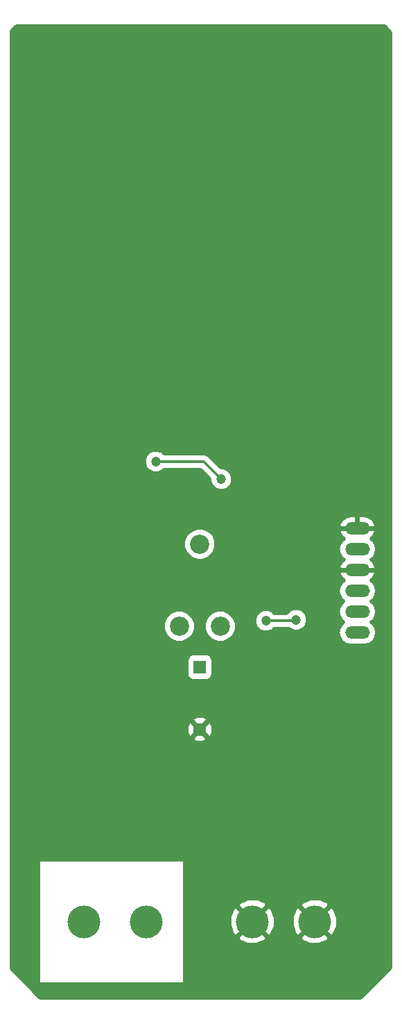
<source format=gbr>
G04 #@! TF.FileFunction,Copper,L2,Bot,Signal*
%FSLAX46Y46*%
G04 Gerber Fmt 4.6, Leading zero omitted, Abs format (unit mm)*
G04 Created by KiCad (PCBNEW 4.0.6-e0-6349~52~ubuntu16.10.1) date Tue Oct 17 03:14:20 2017*
%MOMM*%
%LPD*%
G01*
G04 APERTURE LIST*
%ADD10C,0.100000*%
%ADD11C,4.000000*%
%ADD12C,2.340000*%
%ADD13R,1.600000X1.600000*%
%ADD14C,1.600000*%
%ADD15O,3.010000X1.510000*%
%ADD16C,1.200000*%
%ADD17C,0.300000*%
%ADD18C,0.500000*%
G04 APERTURE END LIST*
D10*
D11*
X106426000Y-186029000D03*
X114046000Y-186029000D03*
X93426000Y-186029000D03*
X85806000Y-186029000D03*
D12*
X97489000Y-150000000D03*
X99989000Y-140000000D03*
X102489000Y-150000000D03*
D13*
X100000000Y-155000000D03*
D14*
X100000000Y-162600000D03*
D15*
X119253000Y-150777000D03*
X119253000Y-148237000D03*
X119253000Y-145697000D03*
X119253000Y-143157000D03*
X119253000Y-140617000D03*
X119253000Y-138077000D03*
D16*
X102997000Y-120015000D03*
X108966000Y-79883000D03*
X91059000Y-79883000D03*
X120015000Y-108839000D03*
X120142000Y-91059000D03*
X80010000Y-108966000D03*
X80010000Y-91059000D03*
X97028000Y-120142000D03*
X116205000Y-138049000D03*
X105283000Y-172720000D03*
X97663000Y-175641000D03*
X97282000Y-132334000D03*
X105283000Y-124587000D03*
X120015000Y-120015000D03*
X120142000Y-79883000D03*
X79756000Y-120142000D03*
X79883000Y-80010000D03*
X102616000Y-132080000D03*
X94615000Y-129921000D03*
X111760000Y-149225000D03*
X108077000Y-149352000D03*
D17*
X94615000Y-129921000D02*
X100457000Y-129921000D01*
X100457000Y-129921000D02*
X102616000Y-132080000D01*
X108077000Y-149352000D02*
X111633000Y-149352000D01*
X111633000Y-149352000D02*
X111760000Y-149225000D01*
D18*
G36*
X123281000Y-77599148D02*
X123281000Y-191640852D01*
X119631852Y-195290000D01*
X80520148Y-195290000D01*
X76998000Y-191767852D01*
X76998000Y-178689000D01*
X80268000Y-178689000D01*
X80268000Y-193421000D01*
X80285097Y-193511864D01*
X80338798Y-193595318D01*
X80420736Y-193651304D01*
X80518000Y-193671000D01*
X97917000Y-193671000D01*
X98007864Y-193653903D01*
X98091318Y-193600202D01*
X98147304Y-193518264D01*
X98167000Y-193421000D01*
X98167000Y-187968503D01*
X104557208Y-187968503D01*
X104758697Y-188408911D01*
X105796365Y-188865801D01*
X106929890Y-188890812D01*
X107986701Y-188480140D01*
X108093303Y-188408911D01*
X108294792Y-187968503D01*
X112177208Y-187968503D01*
X112378697Y-188408911D01*
X113416365Y-188865801D01*
X114549890Y-188890812D01*
X115606701Y-188480140D01*
X115713303Y-188408911D01*
X115914792Y-187968503D01*
X114046000Y-186099711D01*
X112177208Y-187968503D01*
X108294792Y-187968503D01*
X106426000Y-186099711D01*
X104557208Y-187968503D01*
X98167000Y-187968503D01*
X98167000Y-186532890D01*
X103564188Y-186532890D01*
X103974860Y-187589701D01*
X104046089Y-187696303D01*
X104486497Y-187897792D01*
X106355289Y-186029000D01*
X106496711Y-186029000D01*
X108365503Y-187897792D01*
X108805911Y-187696303D01*
X109262801Y-186658635D01*
X109265575Y-186532890D01*
X111184188Y-186532890D01*
X111594860Y-187589701D01*
X111666089Y-187696303D01*
X112106497Y-187897792D01*
X113975289Y-186029000D01*
X114116711Y-186029000D01*
X115985503Y-187897792D01*
X116425911Y-187696303D01*
X116882801Y-186658635D01*
X116907812Y-185525110D01*
X116497140Y-184468299D01*
X116425911Y-184361697D01*
X115985503Y-184160208D01*
X114116711Y-186029000D01*
X113975289Y-186029000D01*
X112106497Y-184160208D01*
X111666089Y-184361697D01*
X111209199Y-185399365D01*
X111184188Y-186532890D01*
X109265575Y-186532890D01*
X109287812Y-185525110D01*
X108877140Y-184468299D01*
X108805911Y-184361697D01*
X108365503Y-184160208D01*
X106496711Y-186029000D01*
X106355289Y-186029000D01*
X104486497Y-184160208D01*
X104046089Y-184361697D01*
X103589199Y-185399365D01*
X103564188Y-186532890D01*
X98167000Y-186532890D01*
X98167000Y-184089497D01*
X104557208Y-184089497D01*
X106426000Y-185958289D01*
X108294792Y-184089497D01*
X112177208Y-184089497D01*
X114046000Y-185958289D01*
X115914792Y-184089497D01*
X115713303Y-183649089D01*
X114675635Y-183192199D01*
X113542110Y-183167188D01*
X112485299Y-183577860D01*
X112378697Y-183649089D01*
X112177208Y-184089497D01*
X108294792Y-184089497D01*
X108093303Y-183649089D01*
X107055635Y-183192199D01*
X105922110Y-183167188D01*
X104865299Y-183577860D01*
X104758697Y-183649089D01*
X104557208Y-184089497D01*
X98167000Y-184089497D01*
X98167000Y-178689000D01*
X98149903Y-178598136D01*
X98096202Y-178514682D01*
X98014264Y-178458696D01*
X97917000Y-178439000D01*
X80518000Y-178439000D01*
X80427136Y-178456097D01*
X80343682Y-178509798D01*
X80287696Y-178591736D01*
X80268000Y-178689000D01*
X76998000Y-178689000D01*
X76998000Y-163674077D01*
X98996634Y-163674077D01*
X99052042Y-163989818D01*
X99656061Y-164246792D01*
X100312441Y-164253057D01*
X100921255Y-164007659D01*
X100947958Y-163989818D01*
X101003366Y-163674077D01*
X100000000Y-162670711D01*
X98996634Y-163674077D01*
X76998000Y-163674077D01*
X76998000Y-162912441D01*
X98346943Y-162912441D01*
X98592341Y-163521255D01*
X98610182Y-163547958D01*
X98925923Y-163603366D01*
X99929289Y-162600000D01*
X100070711Y-162600000D01*
X101074077Y-163603366D01*
X101389818Y-163547958D01*
X101646792Y-162943939D01*
X101653057Y-162287559D01*
X101407659Y-161678745D01*
X101389818Y-161652042D01*
X101074077Y-161596634D01*
X100070711Y-162600000D01*
X99929289Y-162600000D01*
X98925923Y-161596634D01*
X98610182Y-161652042D01*
X98353208Y-162256061D01*
X98346943Y-162912441D01*
X76998000Y-162912441D01*
X76998000Y-161525923D01*
X98996634Y-161525923D01*
X100000000Y-162529289D01*
X101003366Y-161525923D01*
X100947958Y-161210182D01*
X100343939Y-160953208D01*
X99687559Y-160946943D01*
X99078745Y-161192341D01*
X99052042Y-161210182D01*
X98996634Y-161525923D01*
X76998000Y-161525923D01*
X76998000Y-154200000D01*
X98333348Y-154200000D01*
X98333348Y-155800000D01*
X98392618Y-156114991D01*
X98578777Y-156404291D01*
X98862824Y-156598372D01*
X99200000Y-156666652D01*
X100800000Y-156666652D01*
X101114991Y-156607382D01*
X101404291Y-156421223D01*
X101598372Y-156137176D01*
X101666652Y-155800000D01*
X101666652Y-154200000D01*
X101607382Y-153885009D01*
X101421223Y-153595709D01*
X101137176Y-153401628D01*
X100800000Y-153333348D01*
X99200000Y-153333348D01*
X98885009Y-153392618D01*
X98595709Y-153578777D01*
X98401628Y-153862824D01*
X98333348Y-154200000D01*
X76998000Y-154200000D01*
X76998000Y-150400040D01*
X95468650Y-150400040D01*
X95775529Y-151142743D01*
X96343268Y-151711474D01*
X97085434Y-152019648D01*
X97889040Y-152020350D01*
X98631743Y-151713471D01*
X99200474Y-151145732D01*
X99508648Y-150403566D01*
X99508651Y-150400040D01*
X100468650Y-150400040D01*
X100775529Y-151142743D01*
X101343268Y-151711474D01*
X102085434Y-152019648D01*
X102889040Y-152020350D01*
X103631743Y-151713471D01*
X104200474Y-151145732D01*
X104508648Y-150403566D01*
X104509315Y-149639157D01*
X106626749Y-149639157D01*
X106847033Y-150172286D01*
X107254569Y-150580533D01*
X107787312Y-150801748D01*
X108364157Y-150802251D01*
X108897286Y-150581967D01*
X109127654Y-150352000D01*
X110836213Y-150352000D01*
X110937569Y-150453533D01*
X111470312Y-150674748D01*
X112047157Y-150675251D01*
X112580286Y-150454967D01*
X112988533Y-150047431D01*
X113209748Y-149514688D01*
X113210251Y-148937843D01*
X112989967Y-148404714D01*
X112582431Y-147996467D01*
X112049688Y-147775252D01*
X111472843Y-147774749D01*
X110939714Y-147995033D01*
X110582124Y-148352000D01*
X109127566Y-148352000D01*
X108899431Y-148123467D01*
X108366688Y-147902252D01*
X107789843Y-147901749D01*
X107256714Y-148122033D01*
X106848467Y-148529569D01*
X106627252Y-149062312D01*
X106626749Y-149639157D01*
X104509315Y-149639157D01*
X104509350Y-149599960D01*
X104202471Y-148857257D01*
X103634732Y-148288526D01*
X102892566Y-147980352D01*
X102088960Y-147979650D01*
X101346257Y-148286529D01*
X100777526Y-148854268D01*
X100469352Y-149596434D01*
X100468650Y-150400040D01*
X99508651Y-150400040D01*
X99509350Y-149599960D01*
X99202471Y-148857257D01*
X98634732Y-148288526D01*
X97892566Y-147980352D01*
X97088960Y-147979650D01*
X96346257Y-148286529D01*
X95777526Y-148854268D01*
X95469352Y-149596434D01*
X95468650Y-150400040D01*
X76998000Y-150400040D01*
X76998000Y-145697000D01*
X116851863Y-145697000D01*
X116974036Y-146311207D01*
X117321957Y-146831906D01*
X117524139Y-146967000D01*
X117321957Y-147102094D01*
X116974036Y-147622793D01*
X116851863Y-148237000D01*
X116974036Y-148851207D01*
X117321957Y-149371906D01*
X117524139Y-149507000D01*
X117321957Y-149642094D01*
X116974036Y-150162793D01*
X116851863Y-150777000D01*
X116974036Y-151391207D01*
X117321957Y-151911906D01*
X117842656Y-152259827D01*
X118456863Y-152382000D01*
X120049137Y-152382000D01*
X120663344Y-152259827D01*
X121184043Y-151911906D01*
X121531964Y-151391207D01*
X121654137Y-150777000D01*
X121531964Y-150162793D01*
X121184043Y-149642094D01*
X120981861Y-149507000D01*
X121184043Y-149371906D01*
X121531964Y-148851207D01*
X121654137Y-148237000D01*
X121531964Y-147622793D01*
X121184043Y-147102094D01*
X120981861Y-146967000D01*
X121184043Y-146831906D01*
X121531964Y-146311207D01*
X121654137Y-145697000D01*
X121531964Y-145082793D01*
X121184043Y-144562094D01*
X120957446Y-144410686D01*
X121173262Y-144256551D01*
X121504961Y-143725013D01*
X121579649Y-143457340D01*
X121394602Y-143207000D01*
X119303000Y-143207000D01*
X119303000Y-143227000D01*
X119203000Y-143227000D01*
X119203000Y-143207000D01*
X117111398Y-143207000D01*
X116926351Y-143457340D01*
X117001039Y-143725013D01*
X117332738Y-144256551D01*
X117548554Y-144410686D01*
X117321957Y-144562094D01*
X116974036Y-145082793D01*
X116851863Y-145697000D01*
X76998000Y-145697000D01*
X76998000Y-140400040D01*
X97968650Y-140400040D01*
X98275529Y-141142743D01*
X98843268Y-141711474D01*
X99585434Y-142019648D01*
X100389040Y-142020350D01*
X101131743Y-141713471D01*
X101700474Y-141145732D01*
X101920022Y-140617000D01*
X116851863Y-140617000D01*
X116974036Y-141231207D01*
X117321957Y-141751906D01*
X117548554Y-141903314D01*
X117332738Y-142057449D01*
X117001039Y-142588987D01*
X116926351Y-142856660D01*
X117111398Y-143107000D01*
X119203000Y-143107000D01*
X119203000Y-143087000D01*
X119303000Y-143087000D01*
X119303000Y-143107000D01*
X121394602Y-143107000D01*
X121579649Y-142856660D01*
X121504961Y-142588987D01*
X121173262Y-142057449D01*
X120957446Y-141903314D01*
X121184043Y-141751906D01*
X121531964Y-141231207D01*
X121654137Y-140617000D01*
X121531964Y-140002793D01*
X121184043Y-139482094D01*
X120957446Y-139330686D01*
X121173262Y-139176551D01*
X121504961Y-138645013D01*
X121579649Y-138377340D01*
X121394602Y-138127000D01*
X119303000Y-138127000D01*
X119303000Y-138147000D01*
X119203000Y-138147000D01*
X119203000Y-138127000D01*
X117111398Y-138127000D01*
X116926351Y-138377340D01*
X117001039Y-138645013D01*
X117332738Y-139176551D01*
X117548554Y-139330686D01*
X117321957Y-139482094D01*
X116974036Y-140002793D01*
X116851863Y-140617000D01*
X101920022Y-140617000D01*
X102008648Y-140403566D01*
X102009350Y-139599960D01*
X101702471Y-138857257D01*
X101134732Y-138288526D01*
X100392566Y-137980352D01*
X99588960Y-137979650D01*
X98846257Y-138286529D01*
X98277526Y-138854268D01*
X97969352Y-139596434D01*
X97968650Y-140400040D01*
X76998000Y-140400040D01*
X76998000Y-137776660D01*
X116926351Y-137776660D01*
X117111398Y-138027000D01*
X119203000Y-138027000D01*
X119203000Y-136472000D01*
X119303000Y-136472000D01*
X119303000Y-138027000D01*
X121394602Y-138027000D01*
X121579649Y-137776660D01*
X121504961Y-137508987D01*
X121173262Y-136977449D01*
X120663401Y-136613308D01*
X120053000Y-136472000D01*
X119303000Y-136472000D01*
X119203000Y-136472000D01*
X118453000Y-136472000D01*
X117842599Y-136613308D01*
X117332738Y-136977449D01*
X117001039Y-137508987D01*
X116926351Y-137776660D01*
X76998000Y-137776660D01*
X76998000Y-130208157D01*
X93164749Y-130208157D01*
X93385033Y-130741286D01*
X93792569Y-131149533D01*
X94325312Y-131370748D01*
X94902157Y-131371251D01*
X95435286Y-131150967D01*
X95665654Y-130921000D01*
X100042786Y-130921000D01*
X101166031Y-132044245D01*
X101165749Y-132367157D01*
X101386033Y-132900286D01*
X101793569Y-133308533D01*
X102326312Y-133529748D01*
X102903157Y-133530251D01*
X103436286Y-133309967D01*
X103844533Y-132902431D01*
X104065748Y-132369688D01*
X104066251Y-131792843D01*
X103845967Y-131259714D01*
X103438431Y-130851467D01*
X102905688Y-130630252D01*
X102580182Y-130629968D01*
X101164107Y-129213893D01*
X100839684Y-128997120D01*
X100457000Y-128921000D01*
X95665566Y-128921000D01*
X95437431Y-128692467D01*
X94904688Y-128471252D01*
X94327843Y-128470749D01*
X93794714Y-128691033D01*
X93386467Y-129098569D01*
X93165252Y-129631312D01*
X93164749Y-130208157D01*
X76998000Y-130208157D01*
X76998000Y-77472148D01*
X77599148Y-76871000D01*
X122552852Y-76871000D01*
X123281000Y-77599148D01*
X123281000Y-77599148D01*
G37*
X123281000Y-77599148D02*
X123281000Y-191640852D01*
X119631852Y-195290000D01*
X80520148Y-195290000D01*
X76998000Y-191767852D01*
X76998000Y-178689000D01*
X80268000Y-178689000D01*
X80268000Y-193421000D01*
X80285097Y-193511864D01*
X80338798Y-193595318D01*
X80420736Y-193651304D01*
X80518000Y-193671000D01*
X97917000Y-193671000D01*
X98007864Y-193653903D01*
X98091318Y-193600202D01*
X98147304Y-193518264D01*
X98167000Y-193421000D01*
X98167000Y-187968503D01*
X104557208Y-187968503D01*
X104758697Y-188408911D01*
X105796365Y-188865801D01*
X106929890Y-188890812D01*
X107986701Y-188480140D01*
X108093303Y-188408911D01*
X108294792Y-187968503D01*
X112177208Y-187968503D01*
X112378697Y-188408911D01*
X113416365Y-188865801D01*
X114549890Y-188890812D01*
X115606701Y-188480140D01*
X115713303Y-188408911D01*
X115914792Y-187968503D01*
X114046000Y-186099711D01*
X112177208Y-187968503D01*
X108294792Y-187968503D01*
X106426000Y-186099711D01*
X104557208Y-187968503D01*
X98167000Y-187968503D01*
X98167000Y-186532890D01*
X103564188Y-186532890D01*
X103974860Y-187589701D01*
X104046089Y-187696303D01*
X104486497Y-187897792D01*
X106355289Y-186029000D01*
X106496711Y-186029000D01*
X108365503Y-187897792D01*
X108805911Y-187696303D01*
X109262801Y-186658635D01*
X109265575Y-186532890D01*
X111184188Y-186532890D01*
X111594860Y-187589701D01*
X111666089Y-187696303D01*
X112106497Y-187897792D01*
X113975289Y-186029000D01*
X114116711Y-186029000D01*
X115985503Y-187897792D01*
X116425911Y-187696303D01*
X116882801Y-186658635D01*
X116907812Y-185525110D01*
X116497140Y-184468299D01*
X116425911Y-184361697D01*
X115985503Y-184160208D01*
X114116711Y-186029000D01*
X113975289Y-186029000D01*
X112106497Y-184160208D01*
X111666089Y-184361697D01*
X111209199Y-185399365D01*
X111184188Y-186532890D01*
X109265575Y-186532890D01*
X109287812Y-185525110D01*
X108877140Y-184468299D01*
X108805911Y-184361697D01*
X108365503Y-184160208D01*
X106496711Y-186029000D01*
X106355289Y-186029000D01*
X104486497Y-184160208D01*
X104046089Y-184361697D01*
X103589199Y-185399365D01*
X103564188Y-186532890D01*
X98167000Y-186532890D01*
X98167000Y-184089497D01*
X104557208Y-184089497D01*
X106426000Y-185958289D01*
X108294792Y-184089497D01*
X112177208Y-184089497D01*
X114046000Y-185958289D01*
X115914792Y-184089497D01*
X115713303Y-183649089D01*
X114675635Y-183192199D01*
X113542110Y-183167188D01*
X112485299Y-183577860D01*
X112378697Y-183649089D01*
X112177208Y-184089497D01*
X108294792Y-184089497D01*
X108093303Y-183649089D01*
X107055635Y-183192199D01*
X105922110Y-183167188D01*
X104865299Y-183577860D01*
X104758697Y-183649089D01*
X104557208Y-184089497D01*
X98167000Y-184089497D01*
X98167000Y-178689000D01*
X98149903Y-178598136D01*
X98096202Y-178514682D01*
X98014264Y-178458696D01*
X97917000Y-178439000D01*
X80518000Y-178439000D01*
X80427136Y-178456097D01*
X80343682Y-178509798D01*
X80287696Y-178591736D01*
X80268000Y-178689000D01*
X76998000Y-178689000D01*
X76998000Y-163674077D01*
X98996634Y-163674077D01*
X99052042Y-163989818D01*
X99656061Y-164246792D01*
X100312441Y-164253057D01*
X100921255Y-164007659D01*
X100947958Y-163989818D01*
X101003366Y-163674077D01*
X100000000Y-162670711D01*
X98996634Y-163674077D01*
X76998000Y-163674077D01*
X76998000Y-162912441D01*
X98346943Y-162912441D01*
X98592341Y-163521255D01*
X98610182Y-163547958D01*
X98925923Y-163603366D01*
X99929289Y-162600000D01*
X100070711Y-162600000D01*
X101074077Y-163603366D01*
X101389818Y-163547958D01*
X101646792Y-162943939D01*
X101653057Y-162287559D01*
X101407659Y-161678745D01*
X101389818Y-161652042D01*
X101074077Y-161596634D01*
X100070711Y-162600000D01*
X99929289Y-162600000D01*
X98925923Y-161596634D01*
X98610182Y-161652042D01*
X98353208Y-162256061D01*
X98346943Y-162912441D01*
X76998000Y-162912441D01*
X76998000Y-161525923D01*
X98996634Y-161525923D01*
X100000000Y-162529289D01*
X101003366Y-161525923D01*
X100947958Y-161210182D01*
X100343939Y-160953208D01*
X99687559Y-160946943D01*
X99078745Y-161192341D01*
X99052042Y-161210182D01*
X98996634Y-161525923D01*
X76998000Y-161525923D01*
X76998000Y-154200000D01*
X98333348Y-154200000D01*
X98333348Y-155800000D01*
X98392618Y-156114991D01*
X98578777Y-156404291D01*
X98862824Y-156598372D01*
X99200000Y-156666652D01*
X100800000Y-156666652D01*
X101114991Y-156607382D01*
X101404291Y-156421223D01*
X101598372Y-156137176D01*
X101666652Y-155800000D01*
X101666652Y-154200000D01*
X101607382Y-153885009D01*
X101421223Y-153595709D01*
X101137176Y-153401628D01*
X100800000Y-153333348D01*
X99200000Y-153333348D01*
X98885009Y-153392618D01*
X98595709Y-153578777D01*
X98401628Y-153862824D01*
X98333348Y-154200000D01*
X76998000Y-154200000D01*
X76998000Y-150400040D01*
X95468650Y-150400040D01*
X95775529Y-151142743D01*
X96343268Y-151711474D01*
X97085434Y-152019648D01*
X97889040Y-152020350D01*
X98631743Y-151713471D01*
X99200474Y-151145732D01*
X99508648Y-150403566D01*
X99508651Y-150400040D01*
X100468650Y-150400040D01*
X100775529Y-151142743D01*
X101343268Y-151711474D01*
X102085434Y-152019648D01*
X102889040Y-152020350D01*
X103631743Y-151713471D01*
X104200474Y-151145732D01*
X104508648Y-150403566D01*
X104509315Y-149639157D01*
X106626749Y-149639157D01*
X106847033Y-150172286D01*
X107254569Y-150580533D01*
X107787312Y-150801748D01*
X108364157Y-150802251D01*
X108897286Y-150581967D01*
X109127654Y-150352000D01*
X110836213Y-150352000D01*
X110937569Y-150453533D01*
X111470312Y-150674748D01*
X112047157Y-150675251D01*
X112580286Y-150454967D01*
X112988533Y-150047431D01*
X113209748Y-149514688D01*
X113210251Y-148937843D01*
X112989967Y-148404714D01*
X112582431Y-147996467D01*
X112049688Y-147775252D01*
X111472843Y-147774749D01*
X110939714Y-147995033D01*
X110582124Y-148352000D01*
X109127566Y-148352000D01*
X108899431Y-148123467D01*
X108366688Y-147902252D01*
X107789843Y-147901749D01*
X107256714Y-148122033D01*
X106848467Y-148529569D01*
X106627252Y-149062312D01*
X106626749Y-149639157D01*
X104509315Y-149639157D01*
X104509350Y-149599960D01*
X104202471Y-148857257D01*
X103634732Y-148288526D01*
X102892566Y-147980352D01*
X102088960Y-147979650D01*
X101346257Y-148286529D01*
X100777526Y-148854268D01*
X100469352Y-149596434D01*
X100468650Y-150400040D01*
X99508651Y-150400040D01*
X99509350Y-149599960D01*
X99202471Y-148857257D01*
X98634732Y-148288526D01*
X97892566Y-147980352D01*
X97088960Y-147979650D01*
X96346257Y-148286529D01*
X95777526Y-148854268D01*
X95469352Y-149596434D01*
X95468650Y-150400040D01*
X76998000Y-150400040D01*
X76998000Y-145697000D01*
X116851863Y-145697000D01*
X116974036Y-146311207D01*
X117321957Y-146831906D01*
X117524139Y-146967000D01*
X117321957Y-147102094D01*
X116974036Y-147622793D01*
X116851863Y-148237000D01*
X116974036Y-148851207D01*
X117321957Y-149371906D01*
X117524139Y-149507000D01*
X117321957Y-149642094D01*
X116974036Y-150162793D01*
X116851863Y-150777000D01*
X116974036Y-151391207D01*
X117321957Y-151911906D01*
X117842656Y-152259827D01*
X118456863Y-152382000D01*
X120049137Y-152382000D01*
X120663344Y-152259827D01*
X121184043Y-151911906D01*
X121531964Y-151391207D01*
X121654137Y-150777000D01*
X121531964Y-150162793D01*
X121184043Y-149642094D01*
X120981861Y-149507000D01*
X121184043Y-149371906D01*
X121531964Y-148851207D01*
X121654137Y-148237000D01*
X121531964Y-147622793D01*
X121184043Y-147102094D01*
X120981861Y-146967000D01*
X121184043Y-146831906D01*
X121531964Y-146311207D01*
X121654137Y-145697000D01*
X121531964Y-145082793D01*
X121184043Y-144562094D01*
X120957446Y-144410686D01*
X121173262Y-144256551D01*
X121504961Y-143725013D01*
X121579649Y-143457340D01*
X121394602Y-143207000D01*
X119303000Y-143207000D01*
X119303000Y-143227000D01*
X119203000Y-143227000D01*
X119203000Y-143207000D01*
X117111398Y-143207000D01*
X116926351Y-143457340D01*
X117001039Y-143725013D01*
X117332738Y-144256551D01*
X117548554Y-144410686D01*
X117321957Y-144562094D01*
X116974036Y-145082793D01*
X116851863Y-145697000D01*
X76998000Y-145697000D01*
X76998000Y-140400040D01*
X97968650Y-140400040D01*
X98275529Y-141142743D01*
X98843268Y-141711474D01*
X99585434Y-142019648D01*
X100389040Y-142020350D01*
X101131743Y-141713471D01*
X101700474Y-141145732D01*
X101920022Y-140617000D01*
X116851863Y-140617000D01*
X116974036Y-141231207D01*
X117321957Y-141751906D01*
X117548554Y-141903314D01*
X117332738Y-142057449D01*
X117001039Y-142588987D01*
X116926351Y-142856660D01*
X117111398Y-143107000D01*
X119203000Y-143107000D01*
X119203000Y-143087000D01*
X119303000Y-143087000D01*
X119303000Y-143107000D01*
X121394602Y-143107000D01*
X121579649Y-142856660D01*
X121504961Y-142588987D01*
X121173262Y-142057449D01*
X120957446Y-141903314D01*
X121184043Y-141751906D01*
X121531964Y-141231207D01*
X121654137Y-140617000D01*
X121531964Y-140002793D01*
X121184043Y-139482094D01*
X120957446Y-139330686D01*
X121173262Y-139176551D01*
X121504961Y-138645013D01*
X121579649Y-138377340D01*
X121394602Y-138127000D01*
X119303000Y-138127000D01*
X119303000Y-138147000D01*
X119203000Y-138147000D01*
X119203000Y-138127000D01*
X117111398Y-138127000D01*
X116926351Y-138377340D01*
X117001039Y-138645013D01*
X117332738Y-139176551D01*
X117548554Y-139330686D01*
X117321957Y-139482094D01*
X116974036Y-140002793D01*
X116851863Y-140617000D01*
X101920022Y-140617000D01*
X102008648Y-140403566D01*
X102009350Y-139599960D01*
X101702471Y-138857257D01*
X101134732Y-138288526D01*
X100392566Y-137980352D01*
X99588960Y-137979650D01*
X98846257Y-138286529D01*
X98277526Y-138854268D01*
X97969352Y-139596434D01*
X97968650Y-140400040D01*
X76998000Y-140400040D01*
X76998000Y-137776660D01*
X116926351Y-137776660D01*
X117111398Y-138027000D01*
X119203000Y-138027000D01*
X119203000Y-136472000D01*
X119303000Y-136472000D01*
X119303000Y-138027000D01*
X121394602Y-138027000D01*
X121579649Y-137776660D01*
X121504961Y-137508987D01*
X121173262Y-136977449D01*
X120663401Y-136613308D01*
X120053000Y-136472000D01*
X119303000Y-136472000D01*
X119203000Y-136472000D01*
X118453000Y-136472000D01*
X117842599Y-136613308D01*
X117332738Y-136977449D01*
X117001039Y-137508987D01*
X116926351Y-137776660D01*
X76998000Y-137776660D01*
X76998000Y-130208157D01*
X93164749Y-130208157D01*
X93385033Y-130741286D01*
X93792569Y-131149533D01*
X94325312Y-131370748D01*
X94902157Y-131371251D01*
X95435286Y-131150967D01*
X95665654Y-130921000D01*
X100042786Y-130921000D01*
X101166031Y-132044245D01*
X101165749Y-132367157D01*
X101386033Y-132900286D01*
X101793569Y-133308533D01*
X102326312Y-133529748D01*
X102903157Y-133530251D01*
X103436286Y-133309967D01*
X103844533Y-132902431D01*
X104065748Y-132369688D01*
X104066251Y-131792843D01*
X103845967Y-131259714D01*
X103438431Y-130851467D01*
X102905688Y-130630252D01*
X102580182Y-130629968D01*
X101164107Y-129213893D01*
X100839684Y-128997120D01*
X100457000Y-128921000D01*
X95665566Y-128921000D01*
X95437431Y-128692467D01*
X94904688Y-128471252D01*
X94327843Y-128470749D01*
X93794714Y-128691033D01*
X93386467Y-129098569D01*
X93165252Y-129631312D01*
X93164749Y-130208157D01*
X76998000Y-130208157D01*
X76998000Y-77472148D01*
X77599148Y-76871000D01*
X122552852Y-76871000D01*
X123281000Y-77599148D01*
M02*

</source>
